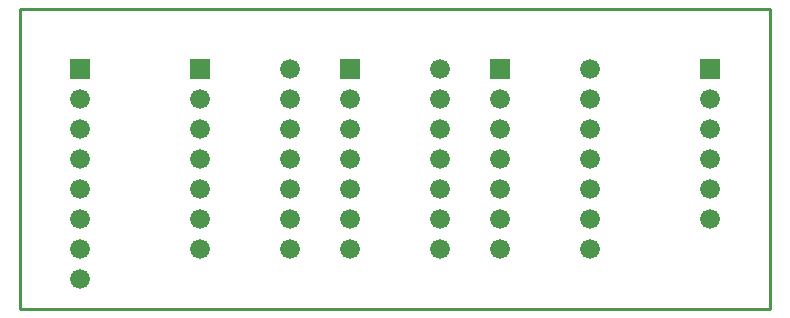
<source format=gbr>
G04 start of page 11 for group -4063 idx -4063 *
G04 Title: (unknown), componentmask *
G04 Creator: pcb 4.2.2 *
G04 CreationDate: Sat Jul 27 20:57:17 2024 UTC *
G04 For: electronics *
G04 Format: Gerber/RS-274X *
G04 PCB-Dimensions (mil): 2500.00 1000.00 *
G04 PCB-Coordinate-Origin: lower left *
%MOIN*%
%FSLAX25Y25*%
%LNTOPMASK*%
%ADD66C,0.0660*%
%ADD65C,0.0001*%
%ADD64C,0.0100*%
G54D64*X0Y100000D02*Y0D01*
Y100000D02*X250000D01*
X0Y0D02*X250000D01*
Y100000D02*Y0D01*
G54D65*G36*
X226700Y83300D02*Y76700D01*
X233300D01*
Y83300D01*
X226700D01*
G37*
G54D66*X230000Y70000D03*
Y60000D03*
Y50000D03*
Y40000D03*
Y30000D03*
X20000Y50000D03*
Y40000D03*
Y30000D03*
Y20000D03*
G54D65*G36*
X16700Y83300D02*Y76700D01*
X23300D01*
Y83300D01*
X16700D01*
G37*
G54D66*X20000Y70000D03*
Y60000D03*
Y10000D03*
G54D65*G36*
X56700Y83300D02*Y76700D01*
X63300D01*
Y83300D01*
X56700D01*
G37*
G54D66*X60000Y70000D03*
Y60000D03*
Y50000D03*
X90000D03*
Y60000D03*
Y70000D03*
Y80000D03*
G54D65*G36*
X106700Y83300D02*Y76700D01*
X113300D01*
Y83300D01*
X106700D01*
G37*
G54D66*X110000Y70000D03*
X60000Y40000D03*
X90000D03*
X140000D03*
Y50000D03*
X60000Y30000D03*
Y20000D03*
X90000D03*
Y30000D03*
X140000Y20000D03*
Y30000D03*
X110000Y50000D03*
Y40000D03*
Y30000D03*
Y20000D03*
X190000D03*
Y30000D03*
Y40000D03*
Y50000D03*
Y60000D03*
Y70000D03*
Y80000D03*
X110000Y60000D03*
X140000D03*
Y70000D03*
Y80000D03*
G54D65*G36*
X156700Y83300D02*Y76700D01*
X163300D01*
Y83300D01*
X156700D01*
G37*
G54D66*X160000Y70000D03*
Y60000D03*
Y50000D03*
Y40000D03*
Y30000D03*
Y20000D03*
M02*

</source>
